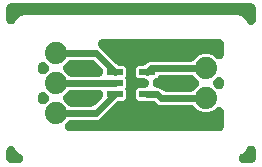
<source format=gbr>
G04 EAGLE Gerber RS-274X export*
G75*
%MOMM*%
%FSLAX34Y34*%
%LPD*%
%INTop Copper*%
%IPPOS*%
%AMOC8*
5,1,8,0,0,1.08239X$1,22.5*%
G01*
%ADD10C,1.879600*%
%ADD11R,1.320800X0.558800*%
%ADD12C,0.609600*%

G36*
X595405Y441977D02*
X595405Y441977D01*
X595636Y441987D01*
X595690Y441997D01*
X595744Y442001D01*
X595970Y442049D01*
X596196Y442091D01*
X596248Y442108D01*
X596302Y442120D01*
X596518Y442199D01*
X596736Y442272D01*
X596785Y442297D01*
X596837Y442316D01*
X597040Y442424D01*
X597245Y442527D01*
X597291Y442558D01*
X597339Y442584D01*
X597525Y442720D01*
X597714Y442851D01*
X597755Y442888D01*
X597799Y442921D01*
X597964Y443081D01*
X598133Y443237D01*
X598168Y443280D01*
X598207Y443318D01*
X598348Y443500D01*
X598494Y443678D01*
X598522Y443726D01*
X598556Y443769D01*
X598670Y443969D01*
X598789Y444166D01*
X598811Y444216D01*
X598838Y444264D01*
X598923Y444478D01*
X599014Y444689D01*
X599028Y444742D01*
X599048Y444793D01*
X599103Y445018D01*
X599163Y445239D01*
X599167Y445283D01*
X599183Y445347D01*
X599238Y445914D01*
X599235Y445980D01*
X599239Y446024D01*
X599239Y458246D01*
X599231Y458361D01*
X599233Y458476D01*
X599211Y458644D01*
X599199Y458814D01*
X599175Y458927D01*
X599161Y459041D01*
X599116Y459205D01*
X599080Y459371D01*
X599041Y459480D01*
X599010Y459591D01*
X598943Y459747D01*
X598884Y459907D01*
X598830Y460008D01*
X598784Y460114D01*
X598696Y460259D01*
X598616Y460409D01*
X598548Y460502D01*
X598488Y460600D01*
X598380Y460732D01*
X598279Y460869D01*
X598199Y460951D01*
X598126Y461040D01*
X598000Y461155D01*
X597882Y461277D01*
X597791Y461348D01*
X597706Y461426D01*
X597566Y461522D01*
X597431Y461626D01*
X597331Y461683D01*
X597236Y461748D01*
X597084Y461824D01*
X596936Y461908D01*
X596829Y461951D01*
X596726Y462002D01*
X596565Y462055D01*
X596407Y462118D01*
X596294Y462145D01*
X596185Y462182D01*
X596018Y462212D01*
X595853Y462252D01*
X595738Y462264D01*
X595625Y462284D01*
X595455Y462291D01*
X595286Y462308D01*
X595171Y462303D01*
X595055Y462307D01*
X594886Y462290D01*
X594716Y462283D01*
X594603Y462262D01*
X594488Y462250D01*
X594323Y462210D01*
X594156Y462179D01*
X594047Y462142D01*
X593935Y462115D01*
X593777Y462052D01*
X593616Y461998D01*
X593513Y461946D01*
X593406Y461903D01*
X593259Y461819D01*
X593107Y461743D01*
X593012Y461677D01*
X592912Y461620D01*
X592823Y461547D01*
X592638Y461419D01*
X592394Y461194D01*
X592303Y461119D01*
X590963Y459779D01*
X586575Y457961D01*
X581825Y457961D01*
X577437Y459779D01*
X574095Y463121D01*
X574049Y463161D01*
X574008Y463205D01*
X573834Y463348D01*
X573665Y463495D01*
X573614Y463528D01*
X573567Y463566D01*
X573375Y463682D01*
X573187Y463805D01*
X573132Y463830D01*
X573080Y463861D01*
X572874Y463950D01*
X572670Y464045D01*
X572612Y464062D01*
X572556Y464086D01*
X572340Y464144D01*
X572124Y464210D01*
X572065Y464219D01*
X572007Y464235D01*
X571889Y464246D01*
X571561Y464297D01*
X571337Y464300D01*
X571222Y464311D01*
X544988Y464311D01*
X542934Y465162D01*
X541673Y466423D01*
X541628Y466463D01*
X541587Y466507D01*
X541413Y466649D01*
X541243Y466797D01*
X541192Y466830D01*
X541146Y466868D01*
X540953Y466985D01*
X540765Y467107D01*
X540710Y467132D01*
X540658Y467163D01*
X540452Y467252D01*
X540248Y467347D01*
X540190Y467364D01*
X540135Y467388D01*
X539918Y467446D01*
X539703Y467512D01*
X539643Y467521D01*
X539585Y467537D01*
X539468Y467548D01*
X539140Y467599D01*
X538915Y467602D01*
X538800Y467613D01*
X533285Y467613D01*
X533237Y467634D01*
X533236Y467634D01*
X533218Y467642D01*
X533056Y467686D01*
X532897Y467739D01*
X532781Y467760D01*
X532668Y467791D01*
X532554Y467802D01*
X532337Y467842D01*
X531999Y467856D01*
X531883Y467867D01*
X527307Y467867D01*
X526373Y468254D01*
X525658Y468969D01*
X525271Y469903D01*
X525271Y476501D01*
X525658Y477435D01*
X526373Y478150D01*
X527307Y478537D01*
X531883Y478537D01*
X532081Y478551D01*
X532279Y478556D01*
X532365Y478571D01*
X532451Y478577D01*
X532646Y478618D01*
X532841Y478651D01*
X532924Y478678D01*
X533009Y478696D01*
X533195Y478764D01*
X533384Y478824D01*
X533462Y478862D01*
X533544Y478892D01*
X533719Y478985D01*
X533898Y479071D01*
X533970Y479119D01*
X534046Y479160D01*
X534206Y479277D01*
X534371Y479388D01*
X534436Y479446D01*
X534506Y479497D01*
X534648Y479635D01*
X534796Y479768D01*
X534852Y479834D01*
X534914Y479894D01*
X535036Y480051D01*
X535164Y480203D01*
X535210Y480276D01*
X535263Y480345D01*
X535361Y480517D01*
X535467Y480685D01*
X535502Y480764D01*
X535545Y480840D01*
X535618Y481024D01*
X535699Y481206D01*
X535723Y481289D01*
X535755Y481369D01*
X535802Y481562D01*
X535857Y481753D01*
X535869Y481839D01*
X535889Y481923D01*
X535909Y482121D01*
X535936Y482317D01*
X535936Y482404D01*
X535945Y482490D01*
X535936Y482689D01*
X535936Y482887D01*
X535924Y482973D01*
X535920Y483060D01*
X535884Y483255D01*
X535856Y483451D01*
X535832Y483535D01*
X535816Y483620D01*
X535753Y483808D01*
X535698Y483999D01*
X535662Y484078D01*
X535635Y484160D01*
X535546Y484337D01*
X535465Y484519D01*
X535419Y484592D01*
X535380Y484669D01*
X535267Y484833D01*
X535161Y485001D01*
X535105Y485067D01*
X535056Y485138D01*
X534921Y485284D01*
X534793Y485436D01*
X534728Y485493D01*
X534670Y485557D01*
X534516Y485683D01*
X534368Y485815D01*
X534310Y485851D01*
X534229Y485918D01*
X533749Y486208D01*
X533741Y486213D01*
X533716Y486224D01*
X533700Y486234D01*
X533457Y486335D01*
X533218Y486438D01*
X533195Y486444D01*
X533174Y486453D01*
X532919Y486519D01*
X532668Y486587D01*
X532649Y486589D01*
X532622Y486595D01*
X532056Y486660D01*
X531951Y486657D01*
X531883Y486663D01*
X527307Y486663D01*
X526373Y487050D01*
X525658Y487765D01*
X525271Y488699D01*
X525271Y495297D01*
X525658Y496231D01*
X526373Y496946D01*
X527307Y497333D01*
X530164Y497333D01*
X530224Y497337D01*
X530285Y497335D01*
X530508Y497357D01*
X530732Y497373D01*
X530792Y497385D01*
X530852Y497391D01*
X531070Y497445D01*
X531290Y497492D01*
X531346Y497512D01*
X531405Y497527D01*
X531614Y497610D01*
X531825Y497688D01*
X531878Y497716D01*
X531934Y497738D01*
X532129Y497850D01*
X532327Y497956D01*
X532376Y497992D01*
X532428Y498022D01*
X532519Y498097D01*
X532787Y498293D01*
X532948Y498450D01*
X533037Y498523D01*
X534552Y500038D01*
X536606Y500889D01*
X571222Y500889D01*
X571282Y500893D01*
X571342Y500891D01*
X571566Y500913D01*
X571790Y500929D01*
X571849Y500941D01*
X571909Y500947D01*
X572128Y501001D01*
X572347Y501048D01*
X572404Y501068D01*
X572463Y501083D01*
X572671Y501166D01*
X572882Y501244D01*
X572936Y501272D01*
X572992Y501295D01*
X573186Y501406D01*
X573385Y501512D01*
X573434Y501548D01*
X573486Y501578D01*
X573577Y501653D01*
X573845Y501849D01*
X574006Y502006D01*
X574095Y502079D01*
X577437Y505421D01*
X581825Y507239D01*
X586575Y507239D01*
X590963Y505421D01*
X592303Y504081D01*
X592390Y504005D01*
X592470Y503923D01*
X592605Y503819D01*
X592733Y503707D01*
X592830Y503645D01*
X592921Y503574D01*
X593068Y503490D01*
X593211Y503398D01*
X593316Y503349D01*
X593416Y503292D01*
X593574Y503229D01*
X593728Y503158D01*
X593838Y503124D01*
X593945Y503082D01*
X594111Y503042D01*
X594273Y502992D01*
X594387Y502975D01*
X594499Y502948D01*
X594669Y502931D01*
X594836Y502905D01*
X594951Y502904D01*
X595066Y502892D01*
X595236Y502900D01*
X595406Y502897D01*
X595520Y502912D01*
X595636Y502917D01*
X595803Y502948D01*
X595971Y502970D01*
X596083Y503000D01*
X596196Y503021D01*
X596357Y503075D01*
X596521Y503120D01*
X596627Y503166D01*
X596736Y503202D01*
X596888Y503279D01*
X597044Y503346D01*
X597142Y503406D01*
X597245Y503457D01*
X597386Y503554D01*
X597530Y503643D01*
X597619Y503716D01*
X597714Y503781D01*
X597839Y503897D01*
X597971Y504004D01*
X598048Y504089D01*
X598133Y504168D01*
X598241Y504299D01*
X598356Y504424D01*
X598421Y504519D01*
X598494Y504609D01*
X598582Y504754D01*
X598678Y504894D01*
X598730Y504997D01*
X598789Y505096D01*
X598856Y505252D01*
X598932Y505404D01*
X598968Y505513D01*
X599014Y505619D01*
X599058Y505783D01*
X599112Y505945D01*
X599133Y506058D01*
X599163Y506169D01*
X599174Y506284D01*
X599214Y506505D01*
X599228Y506837D01*
X599239Y506954D01*
X599239Y515876D01*
X599223Y516105D01*
X599213Y516336D01*
X599203Y516390D01*
X599199Y516444D01*
X599151Y516670D01*
X599109Y516896D01*
X599092Y516948D01*
X599080Y517002D01*
X599001Y517218D01*
X598928Y517436D01*
X598903Y517485D01*
X598884Y517537D01*
X598776Y517740D01*
X598673Y517945D01*
X598642Y517991D01*
X598616Y518039D01*
X598480Y518225D01*
X598349Y518414D01*
X598312Y518455D01*
X598279Y518499D01*
X598119Y518664D01*
X597963Y518833D01*
X597920Y518868D01*
X597882Y518907D01*
X597700Y519048D01*
X597522Y519194D01*
X597474Y519222D01*
X597431Y519256D01*
X597231Y519370D01*
X597034Y519489D01*
X596984Y519511D01*
X596936Y519538D01*
X596722Y519623D01*
X596511Y519714D01*
X596458Y519728D01*
X596407Y519748D01*
X596182Y519803D01*
X595961Y519863D01*
X595917Y519867D01*
X595853Y519883D01*
X595286Y519938D01*
X595220Y519935D01*
X595176Y519939D01*
X496756Y519939D01*
X496641Y519931D01*
X496526Y519933D01*
X496357Y519911D01*
X496188Y519899D01*
X496075Y519875D01*
X495961Y519861D01*
X495796Y519816D01*
X495630Y519780D01*
X495522Y519741D01*
X495411Y519710D01*
X495255Y519643D01*
X495095Y519584D01*
X494994Y519530D01*
X494888Y519484D01*
X494743Y519396D01*
X494593Y519316D01*
X494500Y519248D01*
X494401Y519188D01*
X494270Y519080D01*
X494133Y518979D01*
X494050Y518899D01*
X493961Y518826D01*
X493847Y518701D01*
X493725Y518582D01*
X493654Y518491D01*
X493576Y518406D01*
X493480Y518266D01*
X493376Y518131D01*
X493319Y518031D01*
X493254Y517936D01*
X493178Y517784D01*
X493094Y517636D01*
X493051Y517529D01*
X493000Y517426D01*
X492946Y517265D01*
X492883Y517107D01*
X492856Y516994D01*
X492820Y516885D01*
X492789Y516718D01*
X492749Y516553D01*
X492738Y516438D01*
X492718Y516325D01*
X492711Y516155D01*
X492694Y515986D01*
X492699Y515871D01*
X492694Y515755D01*
X492711Y515586D01*
X492719Y515416D01*
X492740Y515303D01*
X492751Y515189D01*
X492792Y515023D01*
X492823Y514856D01*
X492859Y514747D01*
X492887Y514635D01*
X492950Y514477D01*
X493004Y514316D01*
X493056Y514213D01*
X493098Y514106D01*
X493183Y513959D01*
X493259Y513807D01*
X493325Y513712D01*
X493382Y513612D01*
X493455Y513523D01*
X493583Y513338D01*
X493808Y513094D01*
X493883Y513003D01*
X508363Y498523D01*
X508408Y498483D01*
X508449Y498439D01*
X508623Y498297D01*
X508793Y498149D01*
X508844Y498116D01*
X508890Y498078D01*
X509083Y497961D01*
X509271Y497839D01*
X509326Y497814D01*
X509378Y497783D01*
X509584Y497694D01*
X509788Y497599D01*
X509846Y497582D01*
X509901Y497558D01*
X510118Y497499D01*
X510333Y497434D01*
X510393Y497425D01*
X510451Y497409D01*
X510568Y497398D01*
X510896Y497347D01*
X511121Y497344D01*
X511236Y497333D01*
X514093Y497333D01*
X515027Y496946D01*
X515742Y496231D01*
X516129Y495297D01*
X516129Y488676D01*
X516084Y488527D01*
X516012Y488314D01*
X516001Y488254D01*
X515984Y488196D01*
X515950Y487975D01*
X515909Y487753D01*
X515907Y487693D01*
X515898Y487633D01*
X515895Y487409D01*
X515885Y487184D01*
X515891Y487124D01*
X515891Y487063D01*
X515919Y486840D01*
X515941Y486617D01*
X515956Y486558D01*
X515963Y486498D01*
X515998Y486385D01*
X516076Y486063D01*
X516129Y485932D01*
X516129Y479278D01*
X516084Y479129D01*
X516012Y478916D01*
X516001Y478856D01*
X515984Y478798D01*
X515950Y478577D01*
X515909Y478355D01*
X515907Y478295D01*
X515898Y478235D01*
X515895Y478011D01*
X515885Y477786D01*
X515891Y477726D01*
X515891Y477665D01*
X515919Y477442D01*
X515941Y477219D01*
X515956Y477160D01*
X515963Y477100D01*
X515998Y476987D01*
X516076Y476665D01*
X516129Y476534D01*
X516129Y469903D01*
X515742Y468969D01*
X515027Y468254D01*
X514093Y467867D01*
X511236Y467867D01*
X511176Y467863D01*
X511115Y467865D01*
X510892Y467843D01*
X510668Y467827D01*
X510608Y467815D01*
X510548Y467809D01*
X510330Y467755D01*
X510110Y467708D01*
X510054Y467688D01*
X509995Y467673D01*
X509786Y467590D01*
X509575Y467512D01*
X509522Y467484D01*
X509466Y467462D01*
X509271Y467350D01*
X509073Y467244D01*
X509024Y467208D01*
X508972Y467178D01*
X508881Y467103D01*
X508613Y466907D01*
X508452Y466750D01*
X508363Y466677D01*
X494148Y452462D01*
X492094Y451611D01*
X470178Y451611D01*
X470118Y451607D01*
X470058Y451609D01*
X469834Y451587D01*
X469610Y451571D01*
X469551Y451559D01*
X469491Y451553D01*
X469272Y451499D01*
X469053Y451452D01*
X468996Y451432D01*
X468937Y451417D01*
X468729Y451334D01*
X468518Y451256D01*
X468464Y451228D01*
X468408Y451206D01*
X468213Y451094D01*
X468015Y450988D01*
X467966Y450952D01*
X467914Y450922D01*
X467823Y450847D01*
X467555Y450651D01*
X467394Y450494D01*
X467305Y450421D01*
X465781Y448897D01*
X465705Y448810D01*
X465623Y448730D01*
X465519Y448595D01*
X465407Y448467D01*
X465345Y448370D01*
X465274Y448279D01*
X465190Y448131D01*
X465098Y447989D01*
X465049Y447884D01*
X464992Y447784D01*
X464929Y447626D01*
X464858Y447472D01*
X464824Y447362D01*
X464782Y447255D01*
X464742Y447089D01*
X464692Y446927D01*
X464675Y446813D01*
X464648Y446701D01*
X464631Y446531D01*
X464605Y446364D01*
X464604Y446249D01*
X464592Y446134D01*
X464600Y445964D01*
X464597Y445794D01*
X464612Y445680D01*
X464617Y445564D01*
X464648Y445397D01*
X464670Y445229D01*
X464700Y445117D01*
X464721Y445004D01*
X464775Y444843D01*
X464820Y444679D01*
X464866Y444573D01*
X464902Y444464D01*
X464978Y444312D01*
X465046Y444156D01*
X465106Y444058D01*
X465157Y443955D01*
X465254Y443815D01*
X465343Y443670D01*
X465416Y443581D01*
X465481Y443486D01*
X465597Y443361D01*
X465705Y443229D01*
X465789Y443152D01*
X465868Y443067D01*
X465999Y442959D01*
X466124Y442844D01*
X466219Y442779D01*
X466309Y442706D01*
X466454Y442618D01*
X466594Y442522D01*
X466697Y442470D01*
X466796Y442411D01*
X466952Y442344D01*
X467104Y442268D01*
X467214Y442232D01*
X467319Y442186D01*
X467483Y442142D01*
X467645Y442088D01*
X467758Y442067D01*
X467869Y442037D01*
X467984Y442026D01*
X468205Y441986D01*
X468537Y441972D01*
X468654Y441961D01*
X595176Y441961D01*
X595405Y441977D01*
G37*
G36*
X622418Y532074D02*
X622418Y532074D01*
X622645Y532077D01*
X622702Y532086D01*
X622760Y532088D01*
X622984Y532130D01*
X623208Y532165D01*
X623263Y532182D01*
X623320Y532192D01*
X623535Y532265D01*
X623753Y532331D01*
X623805Y532355D01*
X623860Y532374D01*
X624064Y532476D01*
X624270Y532572D01*
X624318Y532603D01*
X624369Y532629D01*
X624557Y532759D01*
X624747Y532882D01*
X624791Y532920D01*
X624838Y532953D01*
X625006Y533107D01*
X625177Y533256D01*
X625215Y533300D01*
X625257Y533339D01*
X625401Y533515D01*
X625550Y533687D01*
X625581Y533735D01*
X625618Y533780D01*
X625736Y533975D01*
X625859Y534166D01*
X625883Y534218D01*
X625913Y534267D01*
X626003Y534476D01*
X626098Y534683D01*
X626115Y534738D01*
X626138Y534791D01*
X626197Y535010D01*
X626263Y535228D01*
X626272Y535285D01*
X626287Y535341D01*
X626298Y535457D01*
X626350Y535791D01*
X626352Y536012D01*
X626363Y536126D01*
X626363Y546100D01*
X626347Y546329D01*
X626337Y546560D01*
X626327Y546614D01*
X626323Y546668D01*
X626275Y546894D01*
X626233Y547120D01*
X626216Y547172D01*
X626204Y547226D01*
X626125Y547442D01*
X626052Y547660D01*
X626027Y547709D01*
X626008Y547761D01*
X625900Y547964D01*
X625797Y548169D01*
X625766Y548215D01*
X625740Y548263D01*
X625604Y548449D01*
X625473Y548638D01*
X625436Y548679D01*
X625403Y548723D01*
X625243Y548888D01*
X625087Y549057D01*
X625044Y549092D01*
X625006Y549131D01*
X624824Y549272D01*
X624646Y549418D01*
X624598Y549446D01*
X624555Y549480D01*
X624355Y549594D01*
X624158Y549713D01*
X624108Y549735D01*
X624060Y549762D01*
X623846Y549847D01*
X623635Y549938D01*
X623582Y549952D01*
X623531Y549972D01*
X623306Y550027D01*
X623085Y550087D01*
X623041Y550091D01*
X622977Y550107D01*
X622410Y550162D01*
X622344Y550159D01*
X622300Y550163D01*
X419100Y550163D01*
X418871Y550147D01*
X418640Y550137D01*
X418586Y550127D01*
X418532Y550123D01*
X418306Y550075D01*
X418080Y550033D01*
X418028Y550016D01*
X417974Y550004D01*
X417758Y549925D01*
X417540Y549852D01*
X417491Y549827D01*
X417439Y549808D01*
X417236Y549700D01*
X417031Y549597D01*
X416985Y549566D01*
X416937Y549540D01*
X416751Y549404D01*
X416562Y549273D01*
X416521Y549236D01*
X416477Y549203D01*
X416312Y549043D01*
X416143Y548887D01*
X416108Y548844D01*
X416069Y548806D01*
X415928Y548624D01*
X415782Y548446D01*
X415754Y548398D01*
X415720Y548355D01*
X415606Y548155D01*
X415487Y547958D01*
X415465Y547908D01*
X415438Y547860D01*
X415353Y547646D01*
X415262Y547435D01*
X415248Y547382D01*
X415228Y547331D01*
X415173Y547106D01*
X415113Y546885D01*
X415109Y546841D01*
X415094Y546777D01*
X415038Y546210D01*
X415041Y546144D01*
X415037Y546100D01*
X415037Y536609D01*
X415041Y536551D01*
X415038Y536493D01*
X415061Y536267D01*
X415077Y536040D01*
X415089Y535984D01*
X415094Y535926D01*
X415148Y535705D01*
X415196Y535483D01*
X415216Y535429D01*
X415229Y535373D01*
X415313Y535162D01*
X415392Y534948D01*
X415419Y534897D01*
X415440Y534843D01*
X415553Y534647D01*
X415660Y534445D01*
X415694Y534399D01*
X415723Y534349D01*
X415863Y534169D01*
X415997Y533986D01*
X416037Y533944D01*
X416072Y533899D01*
X416236Y533740D01*
X416394Y533577D01*
X416440Y533542D01*
X416481Y533502D01*
X416665Y533367D01*
X416845Y533229D01*
X416895Y533200D01*
X416942Y533166D01*
X417142Y533059D01*
X417340Y532946D01*
X417394Y532925D01*
X417444Y532898D01*
X417657Y532820D01*
X417869Y532736D01*
X417926Y532722D01*
X417980Y532703D01*
X418202Y532656D01*
X418423Y532602D01*
X418481Y532596D01*
X418537Y532584D01*
X418764Y532569D01*
X418990Y532547D01*
X419048Y532549D01*
X419106Y532545D01*
X419332Y532562D01*
X419560Y532571D01*
X419616Y532582D01*
X419674Y532586D01*
X419897Y532634D01*
X420120Y532675D01*
X420174Y532694D01*
X420231Y532706D01*
X420444Y532784D01*
X420660Y532857D01*
X420712Y532883D01*
X420766Y532902D01*
X420966Y533010D01*
X421169Y533112D01*
X421217Y533145D01*
X421268Y533172D01*
X421451Y533306D01*
X421638Y533436D01*
X421681Y533475D01*
X421727Y533509D01*
X421890Y533667D01*
X422057Y533822D01*
X422094Y533867D01*
X422135Y533907D01*
X422274Y534087D01*
X422418Y534263D01*
X422448Y534312D01*
X422483Y534358D01*
X422538Y534461D01*
X422713Y534750D01*
X422800Y534953D01*
X422854Y535054D01*
X423186Y535856D01*
X426044Y538714D01*
X429779Y540261D01*
X611421Y540261D01*
X615156Y538714D01*
X618014Y535856D01*
X618546Y534571D01*
X618572Y534519D01*
X618592Y534465D01*
X618699Y534264D01*
X618800Y534061D01*
X618833Y534013D01*
X618860Y533963D01*
X618995Y533779D01*
X619124Y533592D01*
X619163Y533549D01*
X619197Y533503D01*
X619355Y533340D01*
X619509Y533172D01*
X619554Y533136D01*
X619594Y533094D01*
X619774Y532955D01*
X619950Y532811D01*
X619999Y532781D01*
X620045Y532746D01*
X620242Y532633D01*
X620437Y532515D01*
X620490Y532492D01*
X620540Y532463D01*
X620752Y532379D01*
X620960Y532290D01*
X621016Y532275D01*
X621069Y532253D01*
X621291Y532200D01*
X621510Y532140D01*
X621567Y532133D01*
X621623Y532119D01*
X621850Y532097D01*
X622075Y532069D01*
X622133Y532069D01*
X622190Y532064D01*
X622418Y532074D01*
G37*
G36*
X571282Y475493D02*
X571282Y475493D01*
X571342Y475491D01*
X571566Y475513D01*
X571790Y475529D01*
X571849Y475541D01*
X571909Y475547D01*
X572128Y475601D01*
X572347Y475648D01*
X572404Y475668D01*
X572463Y475683D01*
X572671Y475766D01*
X572882Y475844D01*
X572936Y475872D01*
X572992Y475895D01*
X573186Y476006D01*
X573385Y476112D01*
X573434Y476148D01*
X573486Y476178D01*
X573577Y476253D01*
X573845Y476449D01*
X574006Y476606D01*
X574095Y476679D01*
X577143Y479727D01*
X577294Y479900D01*
X577449Y480070D01*
X577481Y480116D01*
X577517Y480157D01*
X577642Y480350D01*
X577772Y480540D01*
X577797Y480589D01*
X577826Y480635D01*
X577923Y480844D01*
X578026Y481050D01*
X578043Y481102D01*
X578066Y481152D01*
X578133Y481372D01*
X578206Y481591D01*
X578216Y481645D01*
X578232Y481697D01*
X578267Y481924D01*
X578308Y482151D01*
X578310Y482206D01*
X578319Y482260D01*
X578322Y482490D01*
X578331Y482721D01*
X578326Y482775D01*
X578327Y482830D01*
X578297Y483059D01*
X578274Y483288D01*
X578261Y483341D01*
X578254Y483395D01*
X578194Y483618D01*
X578139Y483841D01*
X578118Y483892D01*
X578104Y483945D01*
X578013Y484156D01*
X577927Y484370D01*
X577900Y484418D01*
X577878Y484468D01*
X577758Y484664D01*
X577644Y484864D01*
X577615Y484899D01*
X577581Y484954D01*
X577219Y485395D01*
X577171Y485439D01*
X577143Y485473D01*
X574095Y488521D01*
X574049Y488561D01*
X574008Y488605D01*
X573834Y488747D01*
X573665Y488895D01*
X573614Y488928D01*
X573567Y488966D01*
X573375Y489083D01*
X573187Y489205D01*
X573132Y489230D01*
X573080Y489261D01*
X572874Y489350D01*
X572670Y489445D01*
X572612Y489462D01*
X572556Y489486D01*
X572340Y489544D01*
X572124Y489610D01*
X572065Y489619D01*
X572007Y489635D01*
X571889Y489646D01*
X571561Y489697D01*
X571337Y489700D01*
X571222Y489711D01*
X546695Y489711D01*
X546692Y489711D01*
X546689Y489711D01*
X546410Y489691D01*
X546127Y489671D01*
X546124Y489671D01*
X546121Y489671D01*
X545839Y489610D01*
X545570Y489552D01*
X545567Y489551D01*
X545564Y489551D01*
X545295Y489452D01*
X545034Y489356D01*
X545032Y489355D01*
X545029Y489354D01*
X544781Y489221D01*
X544532Y489088D01*
X544530Y489086D01*
X544527Y489085D01*
X544292Y488912D01*
X544072Y488751D01*
X544070Y488749D01*
X544068Y488748D01*
X543859Y488544D01*
X543664Y488354D01*
X543662Y488352D01*
X543660Y488350D01*
X543484Y488121D01*
X543325Y487916D01*
X542459Y487050D01*
X541392Y486608D01*
X541340Y486582D01*
X541286Y486562D01*
X541085Y486455D01*
X540882Y486354D01*
X540835Y486321D01*
X540784Y486294D01*
X540600Y486159D01*
X540413Y486030D01*
X540370Y485991D01*
X540324Y485957D01*
X540161Y485799D01*
X539993Y485645D01*
X539957Y485600D01*
X539915Y485560D01*
X539776Y485380D01*
X539632Y485204D01*
X539602Y485155D01*
X539567Y485109D01*
X539454Y484911D01*
X539336Y484717D01*
X539313Y484664D01*
X539284Y484614D01*
X539200Y484402D01*
X539111Y484194D01*
X539096Y484138D01*
X539074Y484085D01*
X539020Y483862D01*
X538961Y483644D01*
X538954Y483587D01*
X538940Y483531D01*
X538918Y483304D01*
X538890Y483079D01*
X538891Y483021D01*
X538885Y482964D01*
X538895Y482736D01*
X538898Y482509D01*
X538907Y482452D01*
X538910Y482394D01*
X538951Y482171D01*
X538986Y481946D01*
X539003Y481891D01*
X539014Y481834D01*
X539086Y481618D01*
X539152Y481401D01*
X539176Y481349D01*
X539195Y481294D01*
X539297Y481090D01*
X539393Y480884D01*
X539424Y480836D01*
X539450Y480785D01*
X539579Y480597D01*
X539703Y480407D01*
X539741Y480363D01*
X539774Y480316D01*
X539928Y480148D01*
X540077Y479977D01*
X540121Y479939D01*
X540160Y479897D01*
X540337Y479752D01*
X540508Y479604D01*
X540556Y479573D01*
X540601Y479536D01*
X540796Y479418D01*
X540987Y479295D01*
X541039Y479270D01*
X541088Y479241D01*
X541297Y479151D01*
X541504Y479056D01*
X541559Y479039D01*
X541612Y479016D01*
X541831Y478957D01*
X542049Y478891D01*
X542106Y478882D01*
X542162Y478867D01*
X542278Y478856D01*
X542613Y478805D01*
X542833Y478802D01*
X542947Y478791D01*
X543910Y478791D01*
X545964Y477940D01*
X547225Y476679D01*
X547270Y476639D01*
X547311Y476595D01*
X547485Y476453D01*
X547655Y476305D01*
X547706Y476272D01*
X547752Y476234D01*
X547945Y476117D01*
X548133Y475995D01*
X548188Y475970D01*
X548240Y475939D01*
X548446Y475850D01*
X548650Y475755D01*
X548708Y475738D01*
X548763Y475714D01*
X548980Y475656D01*
X549195Y475590D01*
X549255Y475581D01*
X549313Y475565D01*
X549430Y475554D01*
X549758Y475503D01*
X549983Y475500D01*
X550098Y475489D01*
X571222Y475489D01*
X571282Y475493D01*
G37*
G36*
X487044Y462793D02*
X487044Y462793D01*
X487105Y462791D01*
X487328Y462813D01*
X487552Y462829D01*
X487612Y462841D01*
X487672Y462847D01*
X487890Y462901D01*
X488110Y462948D01*
X488166Y462968D01*
X488225Y462983D01*
X488434Y463066D01*
X488645Y463144D01*
X488698Y463172D01*
X488754Y463194D01*
X488949Y463306D01*
X489147Y463412D01*
X489196Y463448D01*
X489248Y463478D01*
X489339Y463553D01*
X489607Y463749D01*
X489768Y463906D01*
X489857Y463979D01*
X495953Y470075D01*
X496029Y470162D01*
X496111Y470242D01*
X496215Y470377D01*
X496327Y470505D01*
X496390Y470602D01*
X496460Y470693D01*
X496544Y470840D01*
X496637Y470983D01*
X496685Y471088D01*
X496742Y471188D01*
X496805Y471346D01*
X496877Y471500D01*
X496910Y471610D01*
X496953Y471717D01*
X496993Y471883D01*
X497042Y472045D01*
X497059Y472159D01*
X497087Y472271D01*
X497103Y472441D01*
X497129Y472608D01*
X497131Y472723D01*
X497142Y472838D01*
X497135Y473008D01*
X497137Y473178D01*
X497122Y473292D01*
X497117Y473408D01*
X497086Y473575D01*
X497065Y473743D01*
X497034Y473855D01*
X497013Y473968D01*
X496959Y474129D01*
X496914Y474293D01*
X496869Y474399D01*
X496832Y474508D01*
X496756Y474660D01*
X496688Y474816D01*
X496628Y474914D01*
X496577Y475017D01*
X496480Y475157D01*
X496392Y475302D01*
X496318Y475391D01*
X496253Y475486D01*
X496138Y475611D01*
X496030Y475743D01*
X495945Y475820D01*
X495867Y475905D01*
X495735Y476013D01*
X495610Y476128D01*
X495515Y476193D01*
X495426Y476266D01*
X495280Y476354D01*
X495140Y476450D01*
X495037Y476502D01*
X494938Y476561D01*
X494782Y476628D01*
X494630Y476704D01*
X494521Y476740D01*
X494415Y476786D01*
X494251Y476830D01*
X494089Y476884D01*
X493976Y476905D01*
X493865Y476935D01*
X493750Y476946D01*
X493529Y476986D01*
X493197Y477000D01*
X493080Y477011D01*
X470178Y477011D01*
X470118Y477007D01*
X470058Y477009D01*
X469834Y476987D01*
X469610Y476971D01*
X469551Y476959D01*
X469491Y476953D01*
X469272Y476899D01*
X469053Y476852D01*
X468996Y476832D01*
X468937Y476817D01*
X468729Y476734D01*
X468518Y476656D01*
X468464Y476628D01*
X468408Y476605D01*
X468214Y476494D01*
X468015Y476388D01*
X467966Y476352D01*
X467914Y476322D01*
X467823Y476247D01*
X467555Y476051D01*
X467394Y475894D01*
X467305Y475821D01*
X464257Y472773D01*
X464106Y472600D01*
X463951Y472430D01*
X463919Y472384D01*
X463883Y472343D01*
X463758Y472150D01*
X463628Y471960D01*
X463603Y471911D01*
X463574Y471865D01*
X463477Y471656D01*
X463374Y471450D01*
X463357Y471398D01*
X463334Y471348D01*
X463267Y471128D01*
X463194Y470909D01*
X463184Y470855D01*
X463168Y470803D01*
X463133Y470576D01*
X463092Y470349D01*
X463090Y470294D01*
X463081Y470240D01*
X463078Y470010D01*
X463069Y469779D01*
X463074Y469725D01*
X463073Y469670D01*
X463103Y469441D01*
X463126Y469212D01*
X463139Y469159D01*
X463146Y469105D01*
X463206Y468882D01*
X463261Y468659D01*
X463282Y468608D01*
X463296Y468555D01*
X463387Y468344D01*
X463473Y468130D01*
X463500Y468082D01*
X463522Y468032D01*
X463642Y467836D01*
X463756Y467636D01*
X463785Y467601D01*
X463819Y467546D01*
X464181Y467105D01*
X464229Y467061D01*
X464257Y467027D01*
X467305Y463979D01*
X467351Y463939D01*
X467392Y463895D01*
X467566Y463753D01*
X467735Y463605D01*
X467786Y463572D01*
X467833Y463534D01*
X468025Y463417D01*
X468213Y463295D01*
X468268Y463270D01*
X468320Y463239D01*
X468526Y463150D01*
X468730Y463055D01*
X468788Y463038D01*
X468844Y463014D01*
X469060Y462956D01*
X469276Y462890D01*
X469335Y462881D01*
X469393Y462865D01*
X469511Y462854D01*
X469839Y462803D01*
X470063Y462800D01*
X470178Y462789D01*
X486984Y462789D01*
X487044Y462793D01*
G37*
G36*
X493195Y488197D02*
X493195Y488197D01*
X493310Y488195D01*
X493479Y488217D01*
X493648Y488229D01*
X493761Y488253D01*
X493875Y488267D01*
X494040Y488312D01*
X494206Y488348D01*
X494314Y488387D01*
X494425Y488418D01*
X494581Y488485D01*
X494741Y488544D01*
X494842Y488598D01*
X494948Y488644D01*
X495093Y488732D01*
X495243Y488812D01*
X495336Y488880D01*
X495435Y488940D01*
X495566Y489048D01*
X495703Y489149D01*
X495786Y489229D01*
X495875Y489302D01*
X495989Y489427D01*
X496111Y489546D01*
X496182Y489637D01*
X496260Y489722D01*
X496356Y489862D01*
X496460Y489997D01*
X496517Y490097D01*
X496582Y490192D01*
X496658Y490344D01*
X496742Y490492D01*
X496785Y490599D01*
X496836Y490702D01*
X496890Y490863D01*
X496953Y491021D01*
X496980Y491134D01*
X497016Y491243D01*
X497047Y491410D01*
X497087Y491575D01*
X497098Y491690D01*
X497118Y491803D01*
X497125Y491973D01*
X497142Y492142D01*
X497137Y492257D01*
X497142Y492373D01*
X497125Y492542D01*
X497117Y492712D01*
X497096Y492825D01*
X497085Y492939D01*
X497044Y493105D01*
X497013Y493272D01*
X496977Y493381D01*
X496949Y493493D01*
X496886Y493651D01*
X496832Y493812D01*
X496780Y493915D01*
X496738Y494022D01*
X496653Y494169D01*
X496577Y494321D01*
X496511Y494416D01*
X496454Y494516D01*
X496381Y494605D01*
X496253Y494790D01*
X496028Y495034D01*
X495953Y495125D01*
X489857Y501221D01*
X489812Y501261D01*
X489771Y501305D01*
X489596Y501448D01*
X489427Y501595D01*
X489377Y501628D01*
X489330Y501666D01*
X489137Y501783D01*
X488949Y501905D01*
X488894Y501930D01*
X488842Y501961D01*
X488636Y502050D01*
X488432Y502145D01*
X488374Y502162D01*
X488319Y502186D01*
X488102Y502245D01*
X487887Y502310D01*
X487827Y502319D01*
X487769Y502335D01*
X487652Y502346D01*
X487324Y502397D01*
X487099Y502400D01*
X486984Y502411D01*
X470178Y502411D01*
X470118Y502407D01*
X470058Y502409D01*
X469834Y502387D01*
X469610Y502371D01*
X469551Y502359D01*
X469491Y502353D01*
X469272Y502299D01*
X469053Y502252D01*
X468996Y502232D01*
X468937Y502217D01*
X468729Y502134D01*
X468518Y502056D01*
X468464Y502028D01*
X468408Y502005D01*
X468214Y501894D01*
X468015Y501788D01*
X467966Y501752D01*
X467914Y501722D01*
X467823Y501647D01*
X467555Y501451D01*
X467394Y501294D01*
X467305Y501221D01*
X464257Y498173D01*
X464106Y498000D01*
X463951Y497830D01*
X463919Y497784D01*
X463883Y497743D01*
X463758Y497550D01*
X463628Y497360D01*
X463603Y497311D01*
X463574Y497265D01*
X463477Y497056D01*
X463374Y496850D01*
X463357Y496798D01*
X463334Y496748D01*
X463267Y496527D01*
X463194Y496309D01*
X463184Y496255D01*
X463168Y496203D01*
X463133Y495976D01*
X463092Y495749D01*
X463090Y495694D01*
X463081Y495640D01*
X463078Y495410D01*
X463069Y495179D01*
X463074Y495125D01*
X463073Y495070D01*
X463103Y494841D01*
X463126Y494612D01*
X463139Y494559D01*
X463146Y494505D01*
X463206Y494282D01*
X463261Y494059D01*
X463282Y494008D01*
X463296Y493955D01*
X463387Y493744D01*
X463473Y493530D01*
X463500Y493482D01*
X463522Y493432D01*
X463642Y493236D01*
X463756Y493036D01*
X463785Y493001D01*
X463819Y492946D01*
X464181Y492505D01*
X464229Y492461D01*
X464257Y492427D01*
X467305Y489379D01*
X467351Y489339D01*
X467392Y489295D01*
X467566Y489153D01*
X467735Y489005D01*
X467786Y488972D01*
X467833Y488934D01*
X468025Y488817D01*
X468213Y488695D01*
X468268Y488670D01*
X468320Y488639D01*
X468526Y488550D01*
X468730Y488455D01*
X468788Y488438D01*
X468844Y488414D01*
X469060Y488356D01*
X469276Y488290D01*
X469335Y488281D01*
X469393Y488265D01*
X469511Y488254D01*
X469839Y488203D01*
X470063Y488200D01*
X470178Y488189D01*
X493080Y488189D01*
X493195Y488197D01*
G37*
G36*
X622529Y415053D02*
X622529Y415053D01*
X622760Y415063D01*
X622814Y415073D01*
X622868Y415077D01*
X623094Y415125D01*
X623320Y415167D01*
X623372Y415184D01*
X623426Y415196D01*
X623642Y415275D01*
X623860Y415348D01*
X623909Y415373D01*
X623961Y415392D01*
X624164Y415500D01*
X624369Y415603D01*
X624415Y415634D01*
X624463Y415660D01*
X624649Y415796D01*
X624838Y415927D01*
X624879Y415964D01*
X624923Y415997D01*
X625088Y416157D01*
X625257Y416313D01*
X625292Y416356D01*
X625331Y416394D01*
X625472Y416576D01*
X625618Y416754D01*
X625646Y416802D01*
X625680Y416845D01*
X625794Y417045D01*
X625913Y417242D01*
X625935Y417292D01*
X625962Y417340D01*
X626047Y417554D01*
X626138Y417765D01*
X626152Y417818D01*
X626172Y417869D01*
X626227Y418094D01*
X626287Y418315D01*
X626291Y418359D01*
X626307Y418423D01*
X626362Y418990D01*
X626359Y419056D01*
X626363Y419100D01*
X626363Y425774D01*
X626359Y425832D01*
X626362Y425889D01*
X626339Y426116D01*
X626323Y426343D01*
X626311Y426399D01*
X626306Y426456D01*
X626252Y426678D01*
X626204Y426900D01*
X626184Y426954D01*
X626171Y427010D01*
X626087Y427221D01*
X626008Y427435D01*
X625981Y427486D01*
X625960Y427539D01*
X625847Y427737D01*
X625740Y427937D01*
X625706Y427984D01*
X625677Y428034D01*
X625537Y428214D01*
X625403Y428397D01*
X625363Y428439D01*
X625328Y428484D01*
X625165Y428642D01*
X625006Y428806D01*
X624960Y428841D01*
X624919Y428881D01*
X624735Y429015D01*
X624555Y429154D01*
X624505Y429183D01*
X624459Y429217D01*
X624258Y429324D01*
X624060Y429437D01*
X624006Y429458D01*
X623956Y429485D01*
X623743Y429562D01*
X623531Y429647D01*
X623474Y429660D01*
X623420Y429680D01*
X623199Y429727D01*
X622977Y429781D01*
X622919Y429786D01*
X622863Y429798D01*
X622636Y429814D01*
X622410Y429836D01*
X622352Y429834D01*
X622295Y429838D01*
X622068Y429821D01*
X621840Y429812D01*
X621784Y429801D01*
X621726Y429797D01*
X621504Y429749D01*
X621280Y429708D01*
X621226Y429689D01*
X621169Y429677D01*
X620956Y429599D01*
X620740Y429526D01*
X620688Y429500D01*
X620634Y429480D01*
X620435Y429373D01*
X620231Y429271D01*
X620183Y429238D01*
X620132Y429211D01*
X619949Y429077D01*
X619762Y428947D01*
X619719Y428908D01*
X619673Y428874D01*
X619510Y428715D01*
X619343Y428561D01*
X619306Y428516D01*
X619265Y428476D01*
X619126Y428296D01*
X618982Y428120D01*
X618952Y428071D01*
X618917Y428025D01*
X618862Y427922D01*
X618687Y427633D01*
X618600Y427430D01*
X618546Y427329D01*
X618014Y426044D01*
X615156Y423186D01*
X614354Y422854D01*
X614302Y422828D01*
X614248Y422808D01*
X614047Y422701D01*
X613844Y422600D01*
X613796Y422567D01*
X613745Y422540D01*
X613562Y422405D01*
X613375Y422276D01*
X613332Y422237D01*
X613286Y422203D01*
X613123Y422045D01*
X612955Y421891D01*
X612919Y421846D01*
X612877Y421806D01*
X612738Y421626D01*
X612594Y421450D01*
X612564Y421401D01*
X612529Y421355D01*
X612416Y421158D01*
X612298Y420963D01*
X612275Y420910D01*
X612246Y420860D01*
X612162Y420648D01*
X612073Y420440D01*
X612057Y420384D01*
X612036Y420331D01*
X611982Y420109D01*
X611923Y419890D01*
X611916Y419833D01*
X611902Y419777D01*
X611880Y419550D01*
X611851Y419325D01*
X611852Y419267D01*
X611847Y419210D01*
X611857Y418982D01*
X611860Y418755D01*
X611869Y418698D01*
X611871Y418640D01*
X611913Y418417D01*
X611948Y418192D01*
X611965Y418137D01*
X611975Y418080D01*
X612048Y417865D01*
X612114Y417647D01*
X612138Y417595D01*
X612157Y417540D01*
X612259Y417336D01*
X612354Y417131D01*
X612386Y417082D01*
X612412Y417031D01*
X612541Y416843D01*
X612665Y416653D01*
X612703Y416609D01*
X612736Y416562D01*
X612890Y416394D01*
X613039Y416223D01*
X613083Y416185D01*
X613122Y416143D01*
X613298Y415999D01*
X613470Y415850D01*
X613518Y415819D01*
X613563Y415782D01*
X613757Y415664D01*
X613948Y415541D01*
X614001Y415517D01*
X614050Y415487D01*
X614259Y415397D01*
X614466Y415302D01*
X614521Y415285D01*
X614574Y415262D01*
X614793Y415203D01*
X615011Y415137D01*
X615068Y415128D01*
X615124Y415113D01*
X615240Y415102D01*
X615574Y415051D01*
X615795Y415048D01*
X615909Y415037D01*
X622300Y415037D01*
X622529Y415053D01*
G37*
G36*
X425349Y415041D02*
X425349Y415041D01*
X425407Y415038D01*
X425633Y415061D01*
X425860Y415077D01*
X425916Y415089D01*
X425974Y415094D01*
X426195Y415148D01*
X426417Y415196D01*
X426471Y415216D01*
X426527Y415229D01*
X426738Y415313D01*
X426952Y415392D01*
X427003Y415419D01*
X427057Y415440D01*
X427253Y415553D01*
X427455Y415660D01*
X427501Y415694D01*
X427551Y415723D01*
X427731Y415863D01*
X427914Y415997D01*
X427956Y416037D01*
X428001Y416072D01*
X428160Y416236D01*
X428323Y416394D01*
X428358Y416440D01*
X428398Y416481D01*
X428533Y416665D01*
X428671Y416845D01*
X428700Y416895D01*
X428734Y416942D01*
X428841Y417142D01*
X428954Y417340D01*
X428975Y417394D01*
X429002Y417444D01*
X429080Y417657D01*
X429164Y417869D01*
X429178Y417926D01*
X429197Y417980D01*
X429244Y418202D01*
X429298Y418423D01*
X429304Y418481D01*
X429316Y418537D01*
X429331Y418764D01*
X429353Y418990D01*
X429351Y419048D01*
X429355Y419106D01*
X429338Y419332D01*
X429329Y419560D01*
X429318Y419616D01*
X429314Y419674D01*
X429266Y419897D01*
X429225Y420120D01*
X429206Y420174D01*
X429194Y420231D01*
X429116Y420444D01*
X429043Y420660D01*
X429017Y420712D01*
X428998Y420766D01*
X428890Y420966D01*
X428788Y421169D01*
X428755Y421217D01*
X428728Y421268D01*
X428594Y421451D01*
X428464Y421638D01*
X428425Y421681D01*
X428391Y421727D01*
X428233Y421890D01*
X428078Y422057D01*
X428033Y422094D01*
X427993Y422135D01*
X427813Y422274D01*
X427637Y422418D01*
X427588Y422448D01*
X427542Y422483D01*
X427439Y422538D01*
X427150Y422713D01*
X426947Y422800D01*
X426846Y422854D01*
X426044Y423186D01*
X423186Y426044D01*
X422854Y426846D01*
X422828Y426898D01*
X422808Y426952D01*
X422701Y427153D01*
X422600Y427356D01*
X422567Y427404D01*
X422540Y427455D01*
X422405Y427638D01*
X422276Y427825D01*
X422237Y427868D01*
X422203Y427914D01*
X422045Y428077D01*
X421891Y428245D01*
X421846Y428281D01*
X421806Y428323D01*
X421626Y428462D01*
X421450Y428606D01*
X421401Y428636D01*
X421355Y428671D01*
X421158Y428784D01*
X420963Y428902D01*
X420910Y428925D01*
X420860Y428954D01*
X420648Y429038D01*
X420440Y429127D01*
X420384Y429143D01*
X420331Y429164D01*
X420109Y429218D01*
X419890Y429277D01*
X419833Y429284D01*
X419777Y429298D01*
X419550Y429320D01*
X419325Y429349D01*
X419267Y429348D01*
X419210Y429353D01*
X418982Y429343D01*
X418755Y429340D01*
X418698Y429331D01*
X418640Y429329D01*
X418417Y429287D01*
X418192Y429252D01*
X418137Y429235D01*
X418080Y429225D01*
X417865Y429152D01*
X417647Y429086D01*
X417595Y429062D01*
X417540Y429043D01*
X417336Y428941D01*
X417131Y428846D01*
X417082Y428814D01*
X417031Y428788D01*
X416843Y428659D01*
X416653Y428535D01*
X416609Y428497D01*
X416562Y428464D01*
X416395Y428310D01*
X416223Y428161D01*
X416185Y428117D01*
X416143Y428078D01*
X415999Y427902D01*
X415850Y427730D01*
X415819Y427682D01*
X415782Y427637D01*
X415664Y427443D01*
X415541Y427252D01*
X415517Y427199D01*
X415487Y427150D01*
X415397Y426941D01*
X415302Y426734D01*
X415285Y426679D01*
X415262Y426626D01*
X415203Y426407D01*
X415137Y426189D01*
X415128Y426132D01*
X415113Y426076D01*
X415102Y425960D01*
X415051Y425626D01*
X415048Y425405D01*
X415037Y425291D01*
X415037Y419100D01*
X415053Y418871D01*
X415063Y418640D01*
X415073Y418586D01*
X415077Y418532D01*
X415125Y418306D01*
X415167Y418080D01*
X415184Y418028D01*
X415196Y417974D01*
X415275Y417758D01*
X415348Y417540D01*
X415373Y417491D01*
X415392Y417439D01*
X415500Y417236D01*
X415603Y417031D01*
X415634Y416985D01*
X415660Y416937D01*
X415796Y416751D01*
X415927Y416562D01*
X415964Y416521D01*
X415997Y416477D01*
X416157Y416312D01*
X416313Y416143D01*
X416356Y416108D01*
X416394Y416069D01*
X416576Y415928D01*
X416754Y415782D01*
X416802Y415754D01*
X416845Y415720D01*
X417045Y415606D01*
X417242Y415487D01*
X417292Y415465D01*
X417340Y415438D01*
X417554Y415353D01*
X417765Y415262D01*
X417818Y415248D01*
X417869Y415228D01*
X418094Y415173D01*
X418315Y415113D01*
X418359Y415109D01*
X418423Y415094D01*
X418990Y415038D01*
X419056Y415041D01*
X419100Y415037D01*
X425291Y415037D01*
X425349Y415041D01*
G37*
G36*
X446029Y489997D02*
X446029Y489997D01*
X446145Y489993D01*
X446314Y490010D01*
X446484Y490017D01*
X446597Y490038D01*
X446711Y490050D01*
X446877Y490090D01*
X447044Y490121D01*
X447153Y490158D01*
X447265Y490185D01*
X447423Y490248D01*
X447584Y490302D01*
X447687Y490354D01*
X447794Y490397D01*
X447941Y490481D01*
X448093Y490557D01*
X448188Y490623D01*
X448288Y490680D01*
X448377Y490753D01*
X448562Y490881D01*
X448806Y491106D01*
X448897Y491181D01*
X450143Y492427D01*
X450294Y492601D01*
X450449Y492770D01*
X450481Y492815D01*
X450517Y492857D01*
X450642Y493050D01*
X450772Y493240D01*
X450796Y493289D01*
X450826Y493335D01*
X450923Y493544D01*
X451026Y493750D01*
X451043Y493802D01*
X451066Y493852D01*
X451133Y494072D01*
X451206Y494291D01*
X451216Y494345D01*
X451232Y494397D01*
X451267Y494625D01*
X451308Y494851D01*
X451310Y494906D01*
X451319Y494960D01*
X451322Y495190D01*
X451331Y495420D01*
X451326Y495475D01*
X451327Y495530D01*
X451297Y495758D01*
X451274Y495987D01*
X451261Y496041D01*
X451254Y496095D01*
X451194Y496318D01*
X451139Y496541D01*
X451119Y496592D01*
X451104Y496645D01*
X451012Y496857D01*
X450927Y497070D01*
X450900Y497117D01*
X450878Y497168D01*
X450758Y497365D01*
X450644Y497564D01*
X450616Y497598D01*
X450581Y497654D01*
X450219Y498095D01*
X450171Y498139D01*
X450143Y498173D01*
X448897Y499419D01*
X448810Y499495D01*
X448730Y499577D01*
X448595Y499681D01*
X448467Y499793D01*
X448370Y499855D01*
X448279Y499926D01*
X448131Y500010D01*
X447989Y500102D01*
X447884Y500151D01*
X447784Y500208D01*
X447626Y500271D01*
X447472Y500342D01*
X447362Y500376D01*
X447255Y500418D01*
X447089Y500458D01*
X446927Y500508D01*
X446813Y500525D01*
X446701Y500552D01*
X446531Y500569D01*
X446364Y500595D01*
X446249Y500596D01*
X446134Y500608D01*
X445964Y500600D01*
X445794Y500603D01*
X445680Y500588D01*
X445564Y500583D01*
X445397Y500552D01*
X445229Y500530D01*
X445117Y500500D01*
X445004Y500479D01*
X444843Y500425D01*
X444679Y500380D01*
X444573Y500334D01*
X444464Y500298D01*
X444312Y500222D01*
X444156Y500154D01*
X444058Y500094D01*
X443955Y500043D01*
X443815Y499946D01*
X443670Y499857D01*
X443581Y499784D01*
X443486Y499719D01*
X443361Y499604D01*
X443229Y499496D01*
X443152Y499411D01*
X443067Y499332D01*
X442959Y499201D01*
X442844Y499076D01*
X442779Y498981D01*
X442706Y498891D01*
X442618Y498746D01*
X442522Y498606D01*
X442470Y498503D01*
X442411Y498404D01*
X442344Y498248D01*
X442268Y498096D01*
X442232Y497986D01*
X442186Y497881D01*
X442142Y497717D01*
X442088Y497555D01*
X442067Y497442D01*
X442037Y497331D01*
X442026Y497216D01*
X441986Y496995D01*
X441972Y496663D01*
X441961Y496546D01*
X441961Y494054D01*
X441969Y493939D01*
X441967Y493824D01*
X441989Y493656D01*
X442001Y493486D01*
X442025Y493373D01*
X442039Y493259D01*
X442084Y493094D01*
X442120Y492929D01*
X442159Y492821D01*
X442190Y492709D01*
X442257Y492553D01*
X442316Y492393D01*
X442370Y492292D01*
X442416Y492186D01*
X442504Y492041D01*
X442584Y491891D01*
X442652Y491798D01*
X442712Y491700D01*
X442820Y491568D01*
X442921Y491431D01*
X443001Y491349D01*
X443074Y491260D01*
X443199Y491145D01*
X443318Y491023D01*
X443409Y490952D01*
X443494Y490874D01*
X443634Y490778D01*
X443769Y490674D01*
X443869Y490617D01*
X443964Y490552D01*
X444116Y490476D01*
X444264Y490392D01*
X444371Y490349D01*
X444474Y490298D01*
X444635Y490245D01*
X444793Y490182D01*
X444906Y490155D01*
X445015Y490118D01*
X445182Y490088D01*
X445347Y490048D01*
X445462Y490036D01*
X445575Y490016D01*
X445745Y490009D01*
X445914Y489992D01*
X446029Y489997D01*
G37*
G36*
X446029Y464597D02*
X446029Y464597D01*
X446145Y464593D01*
X446314Y464610D01*
X446484Y464617D01*
X446597Y464638D01*
X446711Y464650D01*
X446877Y464690D01*
X447044Y464721D01*
X447153Y464758D01*
X447265Y464785D01*
X447423Y464848D01*
X447584Y464902D01*
X447687Y464954D01*
X447794Y464997D01*
X447941Y465081D01*
X448093Y465157D01*
X448188Y465223D01*
X448288Y465280D01*
X448377Y465353D01*
X448562Y465481D01*
X448806Y465706D01*
X448897Y465781D01*
X450143Y467027D01*
X450294Y467201D01*
X450449Y467370D01*
X450481Y467415D01*
X450517Y467457D01*
X450642Y467650D01*
X450772Y467840D01*
X450796Y467889D01*
X450826Y467935D01*
X450923Y468144D01*
X451026Y468350D01*
X451043Y468402D01*
X451066Y468452D01*
X451133Y468672D01*
X451206Y468891D01*
X451216Y468945D01*
X451232Y468997D01*
X451267Y469225D01*
X451308Y469451D01*
X451310Y469506D01*
X451319Y469560D01*
X451322Y469790D01*
X451331Y470020D01*
X451326Y470075D01*
X451327Y470130D01*
X451297Y470358D01*
X451274Y470587D01*
X451261Y470641D01*
X451254Y470695D01*
X451194Y470918D01*
X451139Y471141D01*
X451119Y471192D01*
X451104Y471245D01*
X451012Y471457D01*
X450927Y471670D01*
X450900Y471717D01*
X450878Y471768D01*
X450758Y471965D01*
X450644Y472164D01*
X450616Y472198D01*
X450581Y472254D01*
X450219Y472695D01*
X450171Y472739D01*
X450143Y472773D01*
X448897Y474019D01*
X448810Y474095D01*
X448730Y474177D01*
X448595Y474281D01*
X448467Y474393D01*
X448370Y474455D01*
X448279Y474526D01*
X448131Y474610D01*
X447989Y474702D01*
X447884Y474751D01*
X447784Y474808D01*
X447626Y474871D01*
X447472Y474942D01*
X447362Y474976D01*
X447255Y475018D01*
X447089Y475058D01*
X446927Y475108D01*
X446813Y475125D01*
X446701Y475152D01*
X446531Y475169D01*
X446364Y475195D01*
X446249Y475196D01*
X446134Y475208D01*
X445964Y475200D01*
X445794Y475203D01*
X445680Y475188D01*
X445564Y475183D01*
X445397Y475152D01*
X445229Y475130D01*
X445117Y475100D01*
X445004Y475079D01*
X444843Y475025D01*
X444679Y474980D01*
X444573Y474934D01*
X444464Y474898D01*
X444312Y474822D01*
X444156Y474754D01*
X444058Y474694D01*
X443955Y474643D01*
X443815Y474546D01*
X443670Y474457D01*
X443581Y474384D01*
X443486Y474319D01*
X443361Y474204D01*
X443229Y474096D01*
X443152Y474011D01*
X443067Y473932D01*
X442959Y473801D01*
X442844Y473676D01*
X442779Y473581D01*
X442706Y473491D01*
X442618Y473346D01*
X442522Y473206D01*
X442470Y473103D01*
X442411Y473004D01*
X442344Y472848D01*
X442268Y472696D01*
X442232Y472586D01*
X442186Y472481D01*
X442142Y472317D01*
X442088Y472155D01*
X442067Y472042D01*
X442037Y471931D01*
X442026Y471816D01*
X441986Y471595D01*
X441972Y471263D01*
X441961Y471146D01*
X441961Y468654D01*
X441969Y468539D01*
X441967Y468424D01*
X441989Y468256D01*
X442001Y468086D01*
X442025Y467973D01*
X442039Y467859D01*
X442084Y467694D01*
X442120Y467529D01*
X442159Y467421D01*
X442190Y467309D01*
X442257Y467153D01*
X442316Y466993D01*
X442370Y466892D01*
X442416Y466786D01*
X442504Y466641D01*
X442584Y466491D01*
X442652Y466398D01*
X442712Y466300D01*
X442820Y466168D01*
X442921Y466031D01*
X443001Y465949D01*
X443074Y465860D01*
X443199Y465745D01*
X443318Y465623D01*
X443409Y465552D01*
X443494Y465474D01*
X443634Y465378D01*
X443769Y465274D01*
X443869Y465217D01*
X443964Y465152D01*
X444116Y465076D01*
X444264Y464992D01*
X444371Y464949D01*
X444474Y464898D01*
X444635Y464845D01*
X444793Y464782D01*
X444906Y464755D01*
X445015Y464718D01*
X445182Y464688D01*
X445347Y464648D01*
X445462Y464636D01*
X445575Y464616D01*
X445745Y464609D01*
X445914Y464592D01*
X446029Y464597D01*
G37*
G36*
X595236Y477500D02*
X595236Y477500D01*
X595406Y477497D01*
X595520Y477512D01*
X595636Y477517D01*
X595803Y477548D01*
X595971Y477570D01*
X596083Y477600D01*
X596196Y477621D01*
X596357Y477675D01*
X596521Y477720D01*
X596627Y477766D01*
X596736Y477802D01*
X596888Y477878D01*
X597044Y477946D01*
X597142Y478006D01*
X597245Y478057D01*
X597385Y478154D01*
X597530Y478243D01*
X597619Y478316D01*
X597714Y478381D01*
X597839Y478496D01*
X597971Y478604D01*
X598048Y478689D01*
X598133Y478768D01*
X598241Y478899D01*
X598356Y479024D01*
X598421Y479119D01*
X598494Y479209D01*
X598582Y479354D01*
X598678Y479494D01*
X598730Y479597D01*
X598789Y479696D01*
X598856Y479852D01*
X598932Y480004D01*
X598968Y480114D01*
X599014Y480219D01*
X599058Y480383D01*
X599112Y480545D01*
X599133Y480658D01*
X599163Y480769D01*
X599174Y480884D01*
X599214Y481105D01*
X599228Y481437D01*
X599239Y481554D01*
X599239Y483646D01*
X599231Y483761D01*
X599233Y483876D01*
X599211Y484044D01*
X599199Y484214D01*
X599175Y484327D01*
X599161Y484441D01*
X599116Y484606D01*
X599080Y484771D01*
X599041Y484879D01*
X599010Y484991D01*
X598943Y485147D01*
X598884Y485307D01*
X598830Y485408D01*
X598784Y485514D01*
X598696Y485659D01*
X598616Y485809D01*
X598548Y485902D01*
X598488Y486000D01*
X598380Y486132D01*
X598279Y486269D01*
X598199Y486351D01*
X598126Y486440D01*
X598001Y486555D01*
X597882Y486677D01*
X597791Y486748D01*
X597706Y486826D01*
X597566Y486922D01*
X597431Y487026D01*
X597331Y487083D01*
X597236Y487148D01*
X597084Y487224D01*
X596936Y487308D01*
X596829Y487351D01*
X596726Y487402D01*
X596565Y487455D01*
X596407Y487518D01*
X596294Y487545D01*
X596185Y487582D01*
X596018Y487612D01*
X595853Y487652D01*
X595738Y487664D01*
X595625Y487684D01*
X595455Y487691D01*
X595286Y487708D01*
X595171Y487703D01*
X595055Y487707D01*
X594886Y487690D01*
X594716Y487683D01*
X594603Y487662D01*
X594489Y487650D01*
X594323Y487610D01*
X594156Y487579D01*
X594047Y487542D01*
X593935Y487515D01*
X593777Y487452D01*
X593616Y487398D01*
X593513Y487346D01*
X593406Y487303D01*
X593259Y487219D01*
X593107Y487143D01*
X593012Y487077D01*
X592912Y487020D01*
X592823Y486947D01*
X592638Y486819D01*
X592394Y486594D01*
X592303Y486519D01*
X591257Y485473D01*
X591106Y485299D01*
X590951Y485130D01*
X590919Y485085D01*
X590883Y485043D01*
X590758Y484850D01*
X590628Y484660D01*
X590603Y484611D01*
X590574Y484565D01*
X590477Y484356D01*
X590374Y484150D01*
X590357Y484098D01*
X590334Y484048D01*
X590267Y483828D01*
X590194Y483609D01*
X590184Y483555D01*
X590168Y483503D01*
X590133Y483275D01*
X590092Y483049D01*
X590090Y482994D01*
X590081Y482940D01*
X590078Y482710D01*
X590069Y482480D01*
X590074Y482425D01*
X590073Y482370D01*
X590103Y482142D01*
X590126Y481913D01*
X590139Y481859D01*
X590146Y481805D01*
X590206Y481582D01*
X590261Y481359D01*
X590281Y481308D01*
X590296Y481255D01*
X590387Y481044D01*
X590473Y480830D01*
X590500Y480782D01*
X590522Y480732D01*
X590642Y480535D01*
X590756Y480336D01*
X590784Y480302D01*
X590819Y480246D01*
X591181Y479805D01*
X591229Y479761D01*
X591257Y479727D01*
X592303Y478681D01*
X592390Y478606D01*
X592470Y478523D01*
X592605Y478419D01*
X592733Y478307D01*
X592830Y478245D01*
X592921Y478174D01*
X593069Y478090D01*
X593211Y477998D01*
X593316Y477949D01*
X593416Y477892D01*
X593574Y477829D01*
X593728Y477758D01*
X593838Y477724D01*
X593945Y477682D01*
X594111Y477642D01*
X594273Y477592D01*
X594387Y477575D01*
X594499Y477548D01*
X594668Y477531D01*
X594836Y477505D01*
X594951Y477504D01*
X595066Y477492D01*
X595236Y477500D01*
G37*
D10*
X457200Y457200D03*
X457200Y482600D03*
X457200Y508000D03*
X584200Y495300D03*
X584200Y469900D03*
D11*
X506984Y491998D03*
X506984Y482600D03*
X506984Y473202D03*
X534416Y473202D03*
X534416Y491998D03*
D12*
X534416Y473202D02*
X542798Y473202D01*
X546100Y469900D01*
X584200Y469900D01*
X537718Y495300D02*
X534416Y491998D01*
X537718Y495300D02*
X584200Y495300D01*
X506984Y473202D02*
X490982Y457200D01*
X457200Y457200D01*
X457200Y508000D02*
X490982Y508000D01*
X506984Y491998D01*
X506984Y482600D02*
X457200Y482600D01*
M02*

</source>
